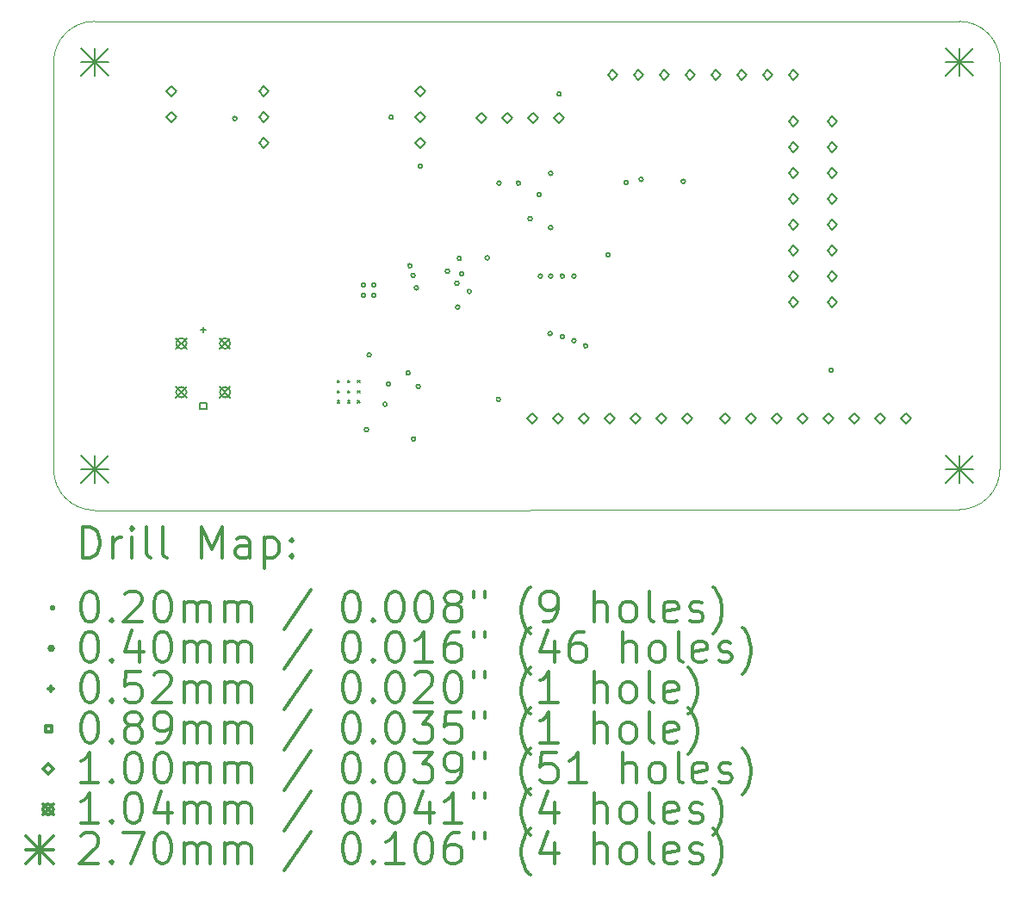
<source format=gbr>
%FSLAX45Y45*%
G04 Gerber Fmt 4.5, Leading zero omitted, Abs format (unit mm)*
G04 Created by KiCad (PCBNEW (5.1.5)-3) date 2021-09-22 00:57:14*
%MOMM*%
%LPD*%
G04 APERTURE LIST*
%TA.AperFunction,Profile*%
%ADD10C,0.050000*%
%TD*%
%ADD11C,0.200000*%
%ADD12C,0.300000*%
G04 APERTURE END LIST*
D10*
X3155950Y-6540450D02*
G75*
G02X2755950Y-6140450I0J400000D01*
G01*
X11658600Y-1733600D02*
G75*
G02X12058600Y-2133600I0J-400000D01*
G01*
X2755900Y-2133600D02*
G75*
G02X3155950Y-1733550I400050J0D01*
G01*
X12058600Y-6134100D02*
G75*
G02X11658600Y-6534100I-400000J0D01*
G01*
X12058600Y-6134100D02*
X12058600Y-2133600D01*
X3155950Y-6540450D02*
X11658600Y-6534100D01*
X2755950Y-2133600D02*
X2755950Y-6140450D01*
X11658600Y-1733600D02*
X3155950Y-1733600D01*
D11*
X5545352Y-5264202D02*
X5565352Y-5284202D01*
X5565352Y-5264202D02*
X5545352Y-5284202D01*
X5545352Y-5364202D02*
X5565352Y-5384202D01*
X5565352Y-5364202D02*
X5545352Y-5384202D01*
X5545352Y-5464202D02*
X5565352Y-5484202D01*
X5565352Y-5464202D02*
X5545352Y-5484202D01*
X5645352Y-5264202D02*
X5665352Y-5284202D01*
X5665352Y-5264202D02*
X5645352Y-5284202D01*
X5645352Y-5364202D02*
X5665352Y-5384202D01*
X5665352Y-5364202D02*
X5645352Y-5384202D01*
X5645352Y-5464202D02*
X5665352Y-5484202D01*
X5665352Y-5464202D02*
X5645352Y-5484202D01*
X5745352Y-5264202D02*
X5765352Y-5284202D01*
X5765352Y-5264202D02*
X5745352Y-5284202D01*
X5745352Y-5364202D02*
X5765352Y-5384202D01*
X5765352Y-5364202D02*
X5745352Y-5384202D01*
X5745352Y-5464202D02*
X5765352Y-5484202D01*
X5765352Y-5464202D02*
X5745352Y-5484202D01*
X4557202Y-2689352D02*
G75*
G03X4557202Y-2689352I-20000J0D01*
G01*
X5820852Y-4327652D02*
G75*
G03X5820852Y-4327652I-20000J0D01*
G01*
X5820852Y-4429252D02*
G75*
G03X5820852Y-4429252I-20000J0D01*
G01*
X5850352Y-5747802D02*
G75*
G03X5850352Y-5747802I-20000J0D01*
G01*
X5878002Y-5013452D02*
G75*
G03X5878002Y-5013452I-20000J0D01*
G01*
X5922452Y-4327652D02*
G75*
G03X5922452Y-4327652I-20000J0D01*
G01*
X5922452Y-4429252D02*
G75*
G03X5922452Y-4429252I-20000J0D01*
G01*
X6034466Y-5499100D02*
G75*
G03X6034466Y-5499100I-20000J0D01*
G01*
X6068502Y-5299202D02*
G75*
G03X6068502Y-5299202I-20000J0D01*
G01*
X6093902Y-2676652D02*
G75*
G03X6093902Y-2676652I-20000J0D01*
G01*
X6259553Y-5190701D02*
G75*
G03X6259553Y-5190701I-20000J0D01*
G01*
X6278052Y-4137152D02*
G75*
G03X6278052Y-4137152I-20000J0D01*
G01*
X6309802Y-4232402D02*
G75*
G03X6309802Y-4232402I-20000J0D01*
G01*
X6314652Y-5840452D02*
G75*
G03X6314652Y-5840452I-20000J0D01*
G01*
X6341552Y-4353052D02*
G75*
G03X6341552Y-4353052I-20000J0D01*
G01*
X6360602Y-5324602D02*
G75*
G03X6360602Y-5324602I-20000J0D01*
G01*
X6379652Y-3159252D02*
G75*
G03X6379652Y-3159252I-20000J0D01*
G01*
X6646352Y-4190492D02*
G75*
G03X6646352Y-4190492I-20000J0D01*
G01*
X6740802Y-4308602D02*
G75*
G03X6740802Y-4308602I-20000J0D01*
G01*
X6747952Y-4543552D02*
G75*
G03X6747952Y-4543552I-20000J0D01*
G01*
X6763700Y-4064000D02*
G75*
G03X6763700Y-4064000I-20000J0D01*
G01*
X6787322Y-4214622D02*
G75*
G03X6787322Y-4214622I-20000J0D01*
G01*
X6861744Y-4390644D02*
G75*
G03X6861744Y-4390644I-20000J0D01*
G01*
X7038052Y-4058952D02*
G75*
G03X7038052Y-4058952I-20000J0D01*
G01*
X7148302Y-5451302D02*
G75*
G03X7148302Y-5451302I-20000J0D01*
G01*
X7154352Y-3324352D02*
G75*
G03X7154352Y-3324352I-20000J0D01*
G01*
X7344852Y-3324352D02*
G75*
G03X7344852Y-3324352I-20000J0D01*
G01*
X7459152Y-3673602D02*
G75*
G03X7459152Y-3673602I-20000J0D01*
G01*
X7548052Y-3438652D02*
G75*
G03X7548052Y-3438652I-20000J0D01*
G01*
X7560752Y-4238752D02*
G75*
G03X7560752Y-4238752I-20000J0D01*
G01*
X7656002Y-4803902D02*
G75*
G03X7656002Y-4803902I-20000J0D01*
G01*
X7656002Y-4803902D02*
G75*
G03X7656002Y-4803902I-20000J0D01*
G01*
X7662098Y-3762502D02*
G75*
G03X7662098Y-3762502I-20000J0D01*
G01*
X7662352Y-3229102D02*
G75*
G03X7662352Y-3229102I-20000J0D01*
G01*
X7662352Y-4238752D02*
G75*
G03X7662352Y-4238752I-20000J0D01*
G01*
X7744902Y-2448052D02*
G75*
G03X7744902Y-2448052I-20000J0D01*
G01*
X7776652Y-4238752D02*
G75*
G03X7776652Y-4238752I-20000J0D01*
G01*
X7776652Y-4835652D02*
G75*
G03X7776652Y-4835652I-20000J0D01*
G01*
X7890952Y-4238752D02*
G75*
G03X7890952Y-4238752I-20000J0D01*
G01*
X7890952Y-4873752D02*
G75*
G03X7890952Y-4873752I-20000J0D01*
G01*
X8005252Y-4924552D02*
G75*
G03X8005252Y-4924552I-20000J0D01*
G01*
X8227502Y-4029202D02*
G75*
G03X8227502Y-4029202I-20000J0D01*
G01*
X8405152Y-3317852D02*
G75*
G03X8405152Y-3317852I-20000J0D01*
G01*
X8551352Y-3286252D02*
G75*
G03X8551352Y-3286252I-20000J0D01*
G01*
X8965602Y-3306802D02*
G75*
G03X8965602Y-3306802I-20000J0D01*
G01*
X10418252Y-5165852D02*
G75*
G03X10418252Y-5165852I-20000J0D01*
G01*
X4225852Y-4739452D02*
X4225852Y-4791452D01*
X4199852Y-4765452D02*
X4251852Y-4765452D01*
X4257319Y-5546919D02*
X4257319Y-5483985D01*
X4194385Y-5483985D01*
X4194385Y-5546919D01*
X4257319Y-5546919D01*
X3914902Y-2473652D02*
X3964902Y-2423652D01*
X3914902Y-2373652D01*
X3864902Y-2423652D01*
X3914902Y-2473652D01*
X3914902Y-2727652D02*
X3964902Y-2677652D01*
X3914902Y-2627652D01*
X3864902Y-2677652D01*
X3914902Y-2727652D01*
X9356852Y-5685752D02*
X9406852Y-5635752D01*
X9356852Y-5585752D01*
X9306852Y-5635752D01*
X9356852Y-5685752D01*
X9610852Y-5685752D02*
X9660852Y-5635752D01*
X9610852Y-5585752D01*
X9560852Y-5635752D01*
X9610852Y-5685752D01*
X9864852Y-5685752D02*
X9914852Y-5635752D01*
X9864852Y-5585752D01*
X9814852Y-5635752D01*
X9864852Y-5685752D01*
X10118852Y-5685752D02*
X10168852Y-5635752D01*
X10118852Y-5585752D01*
X10068852Y-5635752D01*
X10118852Y-5685752D01*
X10372852Y-5685752D02*
X10422852Y-5635752D01*
X10372852Y-5585752D01*
X10322852Y-5635752D01*
X10372852Y-5685752D01*
X10626852Y-5685752D02*
X10676852Y-5635752D01*
X10626852Y-5585752D01*
X10576852Y-5635752D01*
X10626852Y-5685752D01*
X10880852Y-5685752D02*
X10930852Y-5635752D01*
X10880852Y-5585752D01*
X10830852Y-5635752D01*
X10880852Y-5685752D01*
X11134852Y-5685752D02*
X11184852Y-5635752D01*
X11134852Y-5585752D01*
X11084852Y-5635752D01*
X11134852Y-5685752D01*
X10410952Y-2764752D02*
X10460952Y-2714752D01*
X10410952Y-2664752D01*
X10360952Y-2714752D01*
X10410952Y-2764752D01*
X10410952Y-3018752D02*
X10460952Y-2968752D01*
X10410952Y-2918752D01*
X10360952Y-2968752D01*
X10410952Y-3018752D01*
X10410952Y-3272752D02*
X10460952Y-3222752D01*
X10410952Y-3172752D01*
X10360952Y-3222752D01*
X10410952Y-3272752D01*
X10410952Y-3526752D02*
X10460952Y-3476752D01*
X10410952Y-3426752D01*
X10360952Y-3476752D01*
X10410952Y-3526752D01*
X10410952Y-3780752D02*
X10460952Y-3730752D01*
X10410952Y-3680752D01*
X10360952Y-3730752D01*
X10410952Y-3780752D01*
X10410952Y-4034752D02*
X10460952Y-3984752D01*
X10410952Y-3934752D01*
X10360952Y-3984752D01*
X10410952Y-4034752D01*
X10410952Y-4288752D02*
X10460952Y-4238752D01*
X10410952Y-4188752D01*
X10360952Y-4238752D01*
X10410952Y-4288752D01*
X10410952Y-4542752D02*
X10460952Y-4492752D01*
X10410952Y-4442752D01*
X10360952Y-4492752D01*
X10410952Y-4542752D01*
X10029952Y-2764752D02*
X10079952Y-2714752D01*
X10029952Y-2664752D01*
X9979952Y-2714752D01*
X10029952Y-2764752D01*
X10029952Y-3018752D02*
X10079952Y-2968752D01*
X10029952Y-2918752D01*
X9979952Y-2968752D01*
X10029952Y-3018752D01*
X10029952Y-3272752D02*
X10079952Y-3222752D01*
X10029952Y-3172752D01*
X9979952Y-3222752D01*
X10029952Y-3272752D01*
X10029952Y-3526752D02*
X10079952Y-3476752D01*
X10029952Y-3426752D01*
X9979952Y-3476752D01*
X10029952Y-3526752D01*
X10029952Y-3780752D02*
X10079952Y-3730752D01*
X10029952Y-3680752D01*
X9979952Y-3730752D01*
X10029952Y-3780752D01*
X10029952Y-4034752D02*
X10079952Y-3984752D01*
X10029952Y-3934752D01*
X9979952Y-3984752D01*
X10029952Y-4034752D01*
X10029952Y-4288752D02*
X10079952Y-4238752D01*
X10029952Y-4188752D01*
X9979952Y-4238752D01*
X10029952Y-4288752D01*
X10029952Y-4542752D02*
X10079952Y-4492752D01*
X10029952Y-4442752D01*
X9979952Y-4492752D01*
X10029952Y-4542752D01*
X8251952Y-2307552D02*
X8301952Y-2257552D01*
X8251952Y-2207552D01*
X8201952Y-2257552D01*
X8251952Y-2307552D01*
X8505952Y-2307552D02*
X8555952Y-2257552D01*
X8505952Y-2207552D01*
X8455952Y-2257552D01*
X8505952Y-2307552D01*
X8759952Y-2307552D02*
X8809952Y-2257552D01*
X8759952Y-2207552D01*
X8709952Y-2257552D01*
X8759952Y-2307552D01*
X9013952Y-2307552D02*
X9063952Y-2257552D01*
X9013952Y-2207552D01*
X8963952Y-2257552D01*
X9013952Y-2307552D01*
X9267952Y-2307552D02*
X9317952Y-2257552D01*
X9267952Y-2207552D01*
X9217952Y-2257552D01*
X9267952Y-2307552D01*
X9521952Y-2307552D02*
X9571952Y-2257552D01*
X9521952Y-2207552D01*
X9471952Y-2257552D01*
X9521952Y-2307552D01*
X9775952Y-2307552D02*
X9825952Y-2257552D01*
X9775952Y-2207552D01*
X9725952Y-2257552D01*
X9775952Y-2307552D01*
X10029952Y-2307552D02*
X10079952Y-2257552D01*
X10029952Y-2207552D01*
X9979952Y-2257552D01*
X10029952Y-2307552D01*
X6962902Y-2733002D02*
X7012902Y-2683002D01*
X6962902Y-2633002D01*
X6912902Y-2683002D01*
X6962902Y-2733002D01*
X7216902Y-2733002D02*
X7266902Y-2683002D01*
X7216902Y-2633002D01*
X7166902Y-2683002D01*
X7216902Y-2733002D01*
X7470902Y-2733002D02*
X7520902Y-2683002D01*
X7470902Y-2633002D01*
X7420902Y-2683002D01*
X7470902Y-2733002D01*
X7724902Y-2733002D02*
X7774902Y-2683002D01*
X7724902Y-2633002D01*
X7674902Y-2683002D01*
X7724902Y-2733002D01*
X6359652Y-2472652D02*
X6409652Y-2422652D01*
X6359652Y-2372652D01*
X6309652Y-2422652D01*
X6359652Y-2472652D01*
X6359652Y-2726652D02*
X6409652Y-2676652D01*
X6359652Y-2626652D01*
X6309652Y-2676652D01*
X6359652Y-2726652D01*
X6359652Y-2980652D02*
X6409652Y-2930652D01*
X6359652Y-2880652D01*
X6309652Y-2930652D01*
X6359652Y-2980652D01*
X7458202Y-5685752D02*
X7508202Y-5635752D01*
X7458202Y-5585752D01*
X7408202Y-5635752D01*
X7458202Y-5685752D01*
X7712202Y-5685752D02*
X7762202Y-5635752D01*
X7712202Y-5585752D01*
X7662202Y-5635752D01*
X7712202Y-5685752D01*
X7966202Y-5685752D02*
X8016202Y-5635752D01*
X7966202Y-5585752D01*
X7916202Y-5635752D01*
X7966202Y-5685752D01*
X8220202Y-5685752D02*
X8270202Y-5635752D01*
X8220202Y-5585752D01*
X8170202Y-5635752D01*
X8220202Y-5685752D01*
X8474202Y-5685752D02*
X8524202Y-5635752D01*
X8474202Y-5585752D01*
X8424202Y-5635752D01*
X8474202Y-5685752D01*
X8728202Y-5685752D02*
X8778202Y-5635752D01*
X8728202Y-5585752D01*
X8678202Y-5635752D01*
X8728202Y-5685752D01*
X8982202Y-5685752D02*
X9032202Y-5635752D01*
X8982202Y-5585752D01*
X8932202Y-5635752D01*
X8982202Y-5685752D01*
X4822952Y-2472652D02*
X4872952Y-2422652D01*
X4822952Y-2372652D01*
X4772952Y-2422652D01*
X4822952Y-2472652D01*
X4822952Y-2726652D02*
X4872952Y-2676652D01*
X4822952Y-2626652D01*
X4772952Y-2676652D01*
X4822952Y-2726652D01*
X4822952Y-2980652D02*
X4872952Y-2930652D01*
X4822952Y-2880652D01*
X4772952Y-2930652D01*
X4822952Y-2980652D01*
X3958852Y-4848452D02*
X4062852Y-4952452D01*
X4062852Y-4848452D02*
X3958852Y-4952452D01*
X4062852Y-4900452D02*
G75*
G03X4062852Y-4900452I-52000J0D01*
G01*
X3958852Y-5328452D02*
X4062852Y-5432452D01*
X4062852Y-5328452D02*
X3958852Y-5432452D01*
X4062852Y-5380452D02*
G75*
G03X4062852Y-5380452I-52000J0D01*
G01*
X4388852Y-4848452D02*
X4492852Y-4952452D01*
X4492852Y-4848452D02*
X4388852Y-4952452D01*
X4492852Y-4900452D02*
G75*
G03X4492852Y-4900452I-52000J0D01*
G01*
X4388852Y-5328452D02*
X4492852Y-5432452D01*
X4492852Y-5328452D02*
X4388852Y-5432452D01*
X4492852Y-5380452D02*
G75*
G03X4492852Y-5380452I-52000J0D01*
G01*
X3021852Y-6000752D02*
X3291852Y-6270752D01*
X3291852Y-6000752D02*
X3021852Y-6270752D01*
X3156852Y-6000752D02*
X3156852Y-6270752D01*
X3021852Y-6135752D02*
X3291852Y-6135752D01*
X11521852Y-2000752D02*
X11791852Y-2270752D01*
X11791852Y-2000752D02*
X11521852Y-2270752D01*
X11656852Y-2000752D02*
X11656852Y-2270752D01*
X11521852Y-2135752D02*
X11791852Y-2135752D01*
X11521852Y-6000752D02*
X11791852Y-6270752D01*
X11791852Y-6000752D02*
X11521852Y-6270752D01*
X11656852Y-6000752D02*
X11656852Y-6270752D01*
X11521852Y-6135752D02*
X11791852Y-6135752D01*
X3021852Y-2000752D02*
X3291852Y-2270752D01*
X3291852Y-2000752D02*
X3021852Y-2270752D01*
X3156852Y-2000752D02*
X3156852Y-2270752D01*
X3021852Y-2135752D02*
X3291852Y-2135752D01*
D12*
X3039828Y-7008664D02*
X3039828Y-6708664D01*
X3111257Y-6708664D01*
X3154114Y-6722950D01*
X3182686Y-6751521D01*
X3196971Y-6780093D01*
X3211257Y-6837236D01*
X3211257Y-6880093D01*
X3196971Y-6937236D01*
X3182686Y-6965807D01*
X3154114Y-6994379D01*
X3111257Y-7008664D01*
X3039828Y-7008664D01*
X3339828Y-7008664D02*
X3339828Y-6808664D01*
X3339828Y-6865807D02*
X3354114Y-6837236D01*
X3368400Y-6822950D01*
X3396971Y-6808664D01*
X3425543Y-6808664D01*
X3525543Y-7008664D02*
X3525543Y-6808664D01*
X3525543Y-6708664D02*
X3511257Y-6722950D01*
X3525543Y-6737236D01*
X3539828Y-6722950D01*
X3525543Y-6708664D01*
X3525543Y-6737236D01*
X3711257Y-7008664D02*
X3682686Y-6994379D01*
X3668400Y-6965807D01*
X3668400Y-6708664D01*
X3868400Y-7008664D02*
X3839828Y-6994379D01*
X3825543Y-6965807D01*
X3825543Y-6708664D01*
X4211257Y-7008664D02*
X4211257Y-6708664D01*
X4311257Y-6922950D01*
X4411257Y-6708664D01*
X4411257Y-7008664D01*
X4682686Y-7008664D02*
X4682686Y-6851521D01*
X4668400Y-6822950D01*
X4639828Y-6808664D01*
X4582686Y-6808664D01*
X4554114Y-6822950D01*
X4682686Y-6994379D02*
X4654114Y-7008664D01*
X4582686Y-7008664D01*
X4554114Y-6994379D01*
X4539828Y-6965807D01*
X4539828Y-6937236D01*
X4554114Y-6908664D01*
X4582686Y-6894379D01*
X4654114Y-6894379D01*
X4682686Y-6880093D01*
X4825543Y-6808664D02*
X4825543Y-7108664D01*
X4825543Y-6822950D02*
X4854114Y-6808664D01*
X4911257Y-6808664D01*
X4939828Y-6822950D01*
X4954114Y-6837236D01*
X4968400Y-6865807D01*
X4968400Y-6951521D01*
X4954114Y-6980093D01*
X4939828Y-6994379D01*
X4911257Y-7008664D01*
X4854114Y-7008664D01*
X4825543Y-6994379D01*
X5096971Y-6980093D02*
X5111257Y-6994379D01*
X5096971Y-7008664D01*
X5082686Y-6994379D01*
X5096971Y-6980093D01*
X5096971Y-7008664D01*
X5096971Y-6822950D02*
X5111257Y-6837236D01*
X5096971Y-6851521D01*
X5082686Y-6837236D01*
X5096971Y-6822950D01*
X5096971Y-6851521D01*
X2733400Y-7492950D02*
X2753400Y-7512950D01*
X2753400Y-7492950D02*
X2733400Y-7512950D01*
X3096971Y-7338664D02*
X3125543Y-7338664D01*
X3154114Y-7352950D01*
X3168400Y-7367236D01*
X3182686Y-7395807D01*
X3196971Y-7452950D01*
X3196971Y-7524379D01*
X3182686Y-7581521D01*
X3168400Y-7610093D01*
X3154114Y-7624379D01*
X3125543Y-7638664D01*
X3096971Y-7638664D01*
X3068400Y-7624379D01*
X3054114Y-7610093D01*
X3039828Y-7581521D01*
X3025543Y-7524379D01*
X3025543Y-7452950D01*
X3039828Y-7395807D01*
X3054114Y-7367236D01*
X3068400Y-7352950D01*
X3096971Y-7338664D01*
X3325543Y-7610093D02*
X3339828Y-7624379D01*
X3325543Y-7638664D01*
X3311257Y-7624379D01*
X3325543Y-7610093D01*
X3325543Y-7638664D01*
X3454114Y-7367236D02*
X3468400Y-7352950D01*
X3496971Y-7338664D01*
X3568400Y-7338664D01*
X3596971Y-7352950D01*
X3611257Y-7367236D01*
X3625543Y-7395807D01*
X3625543Y-7424379D01*
X3611257Y-7467236D01*
X3439828Y-7638664D01*
X3625543Y-7638664D01*
X3811257Y-7338664D02*
X3839828Y-7338664D01*
X3868400Y-7352950D01*
X3882686Y-7367236D01*
X3896971Y-7395807D01*
X3911257Y-7452950D01*
X3911257Y-7524379D01*
X3896971Y-7581521D01*
X3882686Y-7610093D01*
X3868400Y-7624379D01*
X3839828Y-7638664D01*
X3811257Y-7638664D01*
X3782686Y-7624379D01*
X3768400Y-7610093D01*
X3754114Y-7581521D01*
X3739828Y-7524379D01*
X3739828Y-7452950D01*
X3754114Y-7395807D01*
X3768400Y-7367236D01*
X3782686Y-7352950D01*
X3811257Y-7338664D01*
X4039828Y-7638664D02*
X4039828Y-7438664D01*
X4039828Y-7467236D02*
X4054114Y-7452950D01*
X4082686Y-7438664D01*
X4125543Y-7438664D01*
X4154114Y-7452950D01*
X4168400Y-7481521D01*
X4168400Y-7638664D01*
X4168400Y-7481521D02*
X4182686Y-7452950D01*
X4211257Y-7438664D01*
X4254114Y-7438664D01*
X4282686Y-7452950D01*
X4296971Y-7481521D01*
X4296971Y-7638664D01*
X4439828Y-7638664D02*
X4439828Y-7438664D01*
X4439828Y-7467236D02*
X4454114Y-7452950D01*
X4482686Y-7438664D01*
X4525543Y-7438664D01*
X4554114Y-7452950D01*
X4568400Y-7481521D01*
X4568400Y-7638664D01*
X4568400Y-7481521D02*
X4582686Y-7452950D01*
X4611257Y-7438664D01*
X4654114Y-7438664D01*
X4682686Y-7452950D01*
X4696971Y-7481521D01*
X4696971Y-7638664D01*
X5282686Y-7324379D02*
X5025543Y-7710093D01*
X5668400Y-7338664D02*
X5696971Y-7338664D01*
X5725543Y-7352950D01*
X5739828Y-7367236D01*
X5754114Y-7395807D01*
X5768400Y-7452950D01*
X5768400Y-7524379D01*
X5754114Y-7581521D01*
X5739828Y-7610093D01*
X5725543Y-7624379D01*
X5696971Y-7638664D01*
X5668400Y-7638664D01*
X5639828Y-7624379D01*
X5625543Y-7610093D01*
X5611257Y-7581521D01*
X5596971Y-7524379D01*
X5596971Y-7452950D01*
X5611257Y-7395807D01*
X5625543Y-7367236D01*
X5639828Y-7352950D01*
X5668400Y-7338664D01*
X5896971Y-7610093D02*
X5911257Y-7624379D01*
X5896971Y-7638664D01*
X5882686Y-7624379D01*
X5896971Y-7610093D01*
X5896971Y-7638664D01*
X6096971Y-7338664D02*
X6125543Y-7338664D01*
X6154114Y-7352950D01*
X6168400Y-7367236D01*
X6182686Y-7395807D01*
X6196971Y-7452950D01*
X6196971Y-7524379D01*
X6182686Y-7581521D01*
X6168400Y-7610093D01*
X6154114Y-7624379D01*
X6125543Y-7638664D01*
X6096971Y-7638664D01*
X6068400Y-7624379D01*
X6054114Y-7610093D01*
X6039828Y-7581521D01*
X6025543Y-7524379D01*
X6025543Y-7452950D01*
X6039828Y-7395807D01*
X6054114Y-7367236D01*
X6068400Y-7352950D01*
X6096971Y-7338664D01*
X6382686Y-7338664D02*
X6411257Y-7338664D01*
X6439828Y-7352950D01*
X6454114Y-7367236D01*
X6468400Y-7395807D01*
X6482686Y-7452950D01*
X6482686Y-7524379D01*
X6468400Y-7581521D01*
X6454114Y-7610093D01*
X6439828Y-7624379D01*
X6411257Y-7638664D01*
X6382686Y-7638664D01*
X6354114Y-7624379D01*
X6339828Y-7610093D01*
X6325543Y-7581521D01*
X6311257Y-7524379D01*
X6311257Y-7452950D01*
X6325543Y-7395807D01*
X6339828Y-7367236D01*
X6354114Y-7352950D01*
X6382686Y-7338664D01*
X6654114Y-7467236D02*
X6625543Y-7452950D01*
X6611257Y-7438664D01*
X6596971Y-7410093D01*
X6596971Y-7395807D01*
X6611257Y-7367236D01*
X6625543Y-7352950D01*
X6654114Y-7338664D01*
X6711257Y-7338664D01*
X6739828Y-7352950D01*
X6754114Y-7367236D01*
X6768400Y-7395807D01*
X6768400Y-7410093D01*
X6754114Y-7438664D01*
X6739828Y-7452950D01*
X6711257Y-7467236D01*
X6654114Y-7467236D01*
X6625543Y-7481521D01*
X6611257Y-7495807D01*
X6596971Y-7524379D01*
X6596971Y-7581521D01*
X6611257Y-7610093D01*
X6625543Y-7624379D01*
X6654114Y-7638664D01*
X6711257Y-7638664D01*
X6739828Y-7624379D01*
X6754114Y-7610093D01*
X6768400Y-7581521D01*
X6768400Y-7524379D01*
X6754114Y-7495807D01*
X6739828Y-7481521D01*
X6711257Y-7467236D01*
X6882686Y-7338664D02*
X6882686Y-7395807D01*
X6996971Y-7338664D02*
X6996971Y-7395807D01*
X7439828Y-7752950D02*
X7425543Y-7738664D01*
X7396971Y-7695807D01*
X7382686Y-7667236D01*
X7368400Y-7624379D01*
X7354114Y-7552950D01*
X7354114Y-7495807D01*
X7368400Y-7424379D01*
X7382686Y-7381521D01*
X7396971Y-7352950D01*
X7425543Y-7310093D01*
X7439828Y-7295807D01*
X7568400Y-7638664D02*
X7625543Y-7638664D01*
X7654114Y-7624379D01*
X7668400Y-7610093D01*
X7696971Y-7567236D01*
X7711257Y-7510093D01*
X7711257Y-7395807D01*
X7696971Y-7367236D01*
X7682686Y-7352950D01*
X7654114Y-7338664D01*
X7596971Y-7338664D01*
X7568400Y-7352950D01*
X7554114Y-7367236D01*
X7539828Y-7395807D01*
X7539828Y-7467236D01*
X7554114Y-7495807D01*
X7568400Y-7510093D01*
X7596971Y-7524379D01*
X7654114Y-7524379D01*
X7682686Y-7510093D01*
X7696971Y-7495807D01*
X7711257Y-7467236D01*
X8068400Y-7638664D02*
X8068400Y-7338664D01*
X8196971Y-7638664D02*
X8196971Y-7481521D01*
X8182686Y-7452950D01*
X8154114Y-7438664D01*
X8111257Y-7438664D01*
X8082686Y-7452950D01*
X8068400Y-7467236D01*
X8382686Y-7638664D02*
X8354114Y-7624379D01*
X8339828Y-7610093D01*
X8325543Y-7581521D01*
X8325543Y-7495807D01*
X8339828Y-7467236D01*
X8354114Y-7452950D01*
X8382686Y-7438664D01*
X8425543Y-7438664D01*
X8454114Y-7452950D01*
X8468400Y-7467236D01*
X8482686Y-7495807D01*
X8482686Y-7581521D01*
X8468400Y-7610093D01*
X8454114Y-7624379D01*
X8425543Y-7638664D01*
X8382686Y-7638664D01*
X8654114Y-7638664D02*
X8625543Y-7624379D01*
X8611257Y-7595807D01*
X8611257Y-7338664D01*
X8882686Y-7624379D02*
X8854114Y-7638664D01*
X8796971Y-7638664D01*
X8768400Y-7624379D01*
X8754114Y-7595807D01*
X8754114Y-7481521D01*
X8768400Y-7452950D01*
X8796971Y-7438664D01*
X8854114Y-7438664D01*
X8882686Y-7452950D01*
X8896971Y-7481521D01*
X8896971Y-7510093D01*
X8754114Y-7538664D01*
X9011257Y-7624379D02*
X9039828Y-7638664D01*
X9096971Y-7638664D01*
X9125543Y-7624379D01*
X9139828Y-7595807D01*
X9139828Y-7581521D01*
X9125543Y-7552950D01*
X9096971Y-7538664D01*
X9054114Y-7538664D01*
X9025543Y-7524379D01*
X9011257Y-7495807D01*
X9011257Y-7481521D01*
X9025543Y-7452950D01*
X9054114Y-7438664D01*
X9096971Y-7438664D01*
X9125543Y-7452950D01*
X9239828Y-7752950D02*
X9254114Y-7738664D01*
X9282686Y-7695807D01*
X9296971Y-7667236D01*
X9311257Y-7624379D01*
X9325543Y-7552950D01*
X9325543Y-7495807D01*
X9311257Y-7424379D01*
X9296971Y-7381521D01*
X9282686Y-7352950D01*
X9254114Y-7310093D01*
X9239828Y-7295807D01*
X2753400Y-7898950D02*
G75*
G03X2753400Y-7898950I-20000J0D01*
G01*
X3096971Y-7734664D02*
X3125543Y-7734664D01*
X3154114Y-7748950D01*
X3168400Y-7763236D01*
X3182686Y-7791807D01*
X3196971Y-7848950D01*
X3196971Y-7920379D01*
X3182686Y-7977521D01*
X3168400Y-8006093D01*
X3154114Y-8020379D01*
X3125543Y-8034664D01*
X3096971Y-8034664D01*
X3068400Y-8020379D01*
X3054114Y-8006093D01*
X3039828Y-7977521D01*
X3025543Y-7920379D01*
X3025543Y-7848950D01*
X3039828Y-7791807D01*
X3054114Y-7763236D01*
X3068400Y-7748950D01*
X3096971Y-7734664D01*
X3325543Y-8006093D02*
X3339828Y-8020379D01*
X3325543Y-8034664D01*
X3311257Y-8020379D01*
X3325543Y-8006093D01*
X3325543Y-8034664D01*
X3596971Y-7834664D02*
X3596971Y-8034664D01*
X3525543Y-7720379D02*
X3454114Y-7934664D01*
X3639828Y-7934664D01*
X3811257Y-7734664D02*
X3839828Y-7734664D01*
X3868400Y-7748950D01*
X3882686Y-7763236D01*
X3896971Y-7791807D01*
X3911257Y-7848950D01*
X3911257Y-7920379D01*
X3896971Y-7977521D01*
X3882686Y-8006093D01*
X3868400Y-8020379D01*
X3839828Y-8034664D01*
X3811257Y-8034664D01*
X3782686Y-8020379D01*
X3768400Y-8006093D01*
X3754114Y-7977521D01*
X3739828Y-7920379D01*
X3739828Y-7848950D01*
X3754114Y-7791807D01*
X3768400Y-7763236D01*
X3782686Y-7748950D01*
X3811257Y-7734664D01*
X4039828Y-8034664D02*
X4039828Y-7834664D01*
X4039828Y-7863236D02*
X4054114Y-7848950D01*
X4082686Y-7834664D01*
X4125543Y-7834664D01*
X4154114Y-7848950D01*
X4168400Y-7877521D01*
X4168400Y-8034664D01*
X4168400Y-7877521D02*
X4182686Y-7848950D01*
X4211257Y-7834664D01*
X4254114Y-7834664D01*
X4282686Y-7848950D01*
X4296971Y-7877521D01*
X4296971Y-8034664D01*
X4439828Y-8034664D02*
X4439828Y-7834664D01*
X4439828Y-7863236D02*
X4454114Y-7848950D01*
X4482686Y-7834664D01*
X4525543Y-7834664D01*
X4554114Y-7848950D01*
X4568400Y-7877521D01*
X4568400Y-8034664D01*
X4568400Y-7877521D02*
X4582686Y-7848950D01*
X4611257Y-7834664D01*
X4654114Y-7834664D01*
X4682686Y-7848950D01*
X4696971Y-7877521D01*
X4696971Y-8034664D01*
X5282686Y-7720379D02*
X5025543Y-8106093D01*
X5668400Y-7734664D02*
X5696971Y-7734664D01*
X5725543Y-7748950D01*
X5739828Y-7763236D01*
X5754114Y-7791807D01*
X5768400Y-7848950D01*
X5768400Y-7920379D01*
X5754114Y-7977521D01*
X5739828Y-8006093D01*
X5725543Y-8020379D01*
X5696971Y-8034664D01*
X5668400Y-8034664D01*
X5639828Y-8020379D01*
X5625543Y-8006093D01*
X5611257Y-7977521D01*
X5596971Y-7920379D01*
X5596971Y-7848950D01*
X5611257Y-7791807D01*
X5625543Y-7763236D01*
X5639828Y-7748950D01*
X5668400Y-7734664D01*
X5896971Y-8006093D02*
X5911257Y-8020379D01*
X5896971Y-8034664D01*
X5882686Y-8020379D01*
X5896971Y-8006093D01*
X5896971Y-8034664D01*
X6096971Y-7734664D02*
X6125543Y-7734664D01*
X6154114Y-7748950D01*
X6168400Y-7763236D01*
X6182686Y-7791807D01*
X6196971Y-7848950D01*
X6196971Y-7920379D01*
X6182686Y-7977521D01*
X6168400Y-8006093D01*
X6154114Y-8020379D01*
X6125543Y-8034664D01*
X6096971Y-8034664D01*
X6068400Y-8020379D01*
X6054114Y-8006093D01*
X6039828Y-7977521D01*
X6025543Y-7920379D01*
X6025543Y-7848950D01*
X6039828Y-7791807D01*
X6054114Y-7763236D01*
X6068400Y-7748950D01*
X6096971Y-7734664D01*
X6482686Y-8034664D02*
X6311257Y-8034664D01*
X6396971Y-8034664D02*
X6396971Y-7734664D01*
X6368400Y-7777521D01*
X6339828Y-7806093D01*
X6311257Y-7820379D01*
X6739828Y-7734664D02*
X6682686Y-7734664D01*
X6654114Y-7748950D01*
X6639828Y-7763236D01*
X6611257Y-7806093D01*
X6596971Y-7863236D01*
X6596971Y-7977521D01*
X6611257Y-8006093D01*
X6625543Y-8020379D01*
X6654114Y-8034664D01*
X6711257Y-8034664D01*
X6739828Y-8020379D01*
X6754114Y-8006093D01*
X6768400Y-7977521D01*
X6768400Y-7906093D01*
X6754114Y-7877521D01*
X6739828Y-7863236D01*
X6711257Y-7848950D01*
X6654114Y-7848950D01*
X6625543Y-7863236D01*
X6611257Y-7877521D01*
X6596971Y-7906093D01*
X6882686Y-7734664D02*
X6882686Y-7791807D01*
X6996971Y-7734664D02*
X6996971Y-7791807D01*
X7439828Y-8148950D02*
X7425543Y-8134664D01*
X7396971Y-8091807D01*
X7382686Y-8063236D01*
X7368400Y-8020379D01*
X7354114Y-7948950D01*
X7354114Y-7891807D01*
X7368400Y-7820379D01*
X7382686Y-7777521D01*
X7396971Y-7748950D01*
X7425543Y-7706093D01*
X7439828Y-7691807D01*
X7682686Y-7834664D02*
X7682686Y-8034664D01*
X7611257Y-7720379D02*
X7539828Y-7934664D01*
X7725543Y-7934664D01*
X7968400Y-7734664D02*
X7911257Y-7734664D01*
X7882686Y-7748950D01*
X7868400Y-7763236D01*
X7839828Y-7806093D01*
X7825543Y-7863236D01*
X7825543Y-7977521D01*
X7839828Y-8006093D01*
X7854114Y-8020379D01*
X7882686Y-8034664D01*
X7939828Y-8034664D01*
X7968400Y-8020379D01*
X7982686Y-8006093D01*
X7996971Y-7977521D01*
X7996971Y-7906093D01*
X7982686Y-7877521D01*
X7968400Y-7863236D01*
X7939828Y-7848950D01*
X7882686Y-7848950D01*
X7854114Y-7863236D01*
X7839828Y-7877521D01*
X7825543Y-7906093D01*
X8354114Y-8034664D02*
X8354114Y-7734664D01*
X8482686Y-8034664D02*
X8482686Y-7877521D01*
X8468400Y-7848950D01*
X8439828Y-7834664D01*
X8396971Y-7834664D01*
X8368400Y-7848950D01*
X8354114Y-7863236D01*
X8668400Y-8034664D02*
X8639828Y-8020379D01*
X8625543Y-8006093D01*
X8611257Y-7977521D01*
X8611257Y-7891807D01*
X8625543Y-7863236D01*
X8639828Y-7848950D01*
X8668400Y-7834664D01*
X8711257Y-7834664D01*
X8739828Y-7848950D01*
X8754114Y-7863236D01*
X8768400Y-7891807D01*
X8768400Y-7977521D01*
X8754114Y-8006093D01*
X8739828Y-8020379D01*
X8711257Y-8034664D01*
X8668400Y-8034664D01*
X8939828Y-8034664D02*
X8911257Y-8020379D01*
X8896971Y-7991807D01*
X8896971Y-7734664D01*
X9168400Y-8020379D02*
X9139828Y-8034664D01*
X9082686Y-8034664D01*
X9054114Y-8020379D01*
X9039828Y-7991807D01*
X9039828Y-7877521D01*
X9054114Y-7848950D01*
X9082686Y-7834664D01*
X9139828Y-7834664D01*
X9168400Y-7848950D01*
X9182686Y-7877521D01*
X9182686Y-7906093D01*
X9039828Y-7934664D01*
X9296971Y-8020379D02*
X9325543Y-8034664D01*
X9382686Y-8034664D01*
X9411257Y-8020379D01*
X9425543Y-7991807D01*
X9425543Y-7977521D01*
X9411257Y-7948950D01*
X9382686Y-7934664D01*
X9339828Y-7934664D01*
X9311257Y-7920379D01*
X9296971Y-7891807D01*
X9296971Y-7877521D01*
X9311257Y-7848950D01*
X9339828Y-7834664D01*
X9382686Y-7834664D01*
X9411257Y-7848950D01*
X9525543Y-8148950D02*
X9539828Y-8134664D01*
X9568400Y-8091807D01*
X9582686Y-8063236D01*
X9596971Y-8020379D01*
X9611257Y-7948950D01*
X9611257Y-7891807D01*
X9596971Y-7820379D01*
X9582686Y-7777521D01*
X9568400Y-7748950D01*
X9539828Y-7706093D01*
X9525543Y-7691807D01*
X2727400Y-8268950D02*
X2727400Y-8320950D01*
X2701400Y-8294950D02*
X2753400Y-8294950D01*
X3096971Y-8130664D02*
X3125543Y-8130664D01*
X3154114Y-8144950D01*
X3168400Y-8159236D01*
X3182686Y-8187807D01*
X3196971Y-8244950D01*
X3196971Y-8316379D01*
X3182686Y-8373521D01*
X3168400Y-8402093D01*
X3154114Y-8416379D01*
X3125543Y-8430664D01*
X3096971Y-8430664D01*
X3068400Y-8416379D01*
X3054114Y-8402093D01*
X3039828Y-8373521D01*
X3025543Y-8316379D01*
X3025543Y-8244950D01*
X3039828Y-8187807D01*
X3054114Y-8159236D01*
X3068400Y-8144950D01*
X3096971Y-8130664D01*
X3325543Y-8402093D02*
X3339828Y-8416379D01*
X3325543Y-8430664D01*
X3311257Y-8416379D01*
X3325543Y-8402093D01*
X3325543Y-8430664D01*
X3611257Y-8130664D02*
X3468400Y-8130664D01*
X3454114Y-8273521D01*
X3468400Y-8259236D01*
X3496971Y-8244950D01*
X3568400Y-8244950D01*
X3596971Y-8259236D01*
X3611257Y-8273521D01*
X3625543Y-8302093D01*
X3625543Y-8373521D01*
X3611257Y-8402093D01*
X3596971Y-8416379D01*
X3568400Y-8430664D01*
X3496971Y-8430664D01*
X3468400Y-8416379D01*
X3454114Y-8402093D01*
X3739828Y-8159236D02*
X3754114Y-8144950D01*
X3782686Y-8130664D01*
X3854114Y-8130664D01*
X3882686Y-8144950D01*
X3896971Y-8159236D01*
X3911257Y-8187807D01*
X3911257Y-8216379D01*
X3896971Y-8259236D01*
X3725543Y-8430664D01*
X3911257Y-8430664D01*
X4039828Y-8430664D02*
X4039828Y-8230664D01*
X4039828Y-8259236D02*
X4054114Y-8244950D01*
X4082686Y-8230664D01*
X4125543Y-8230664D01*
X4154114Y-8244950D01*
X4168400Y-8273521D01*
X4168400Y-8430664D01*
X4168400Y-8273521D02*
X4182686Y-8244950D01*
X4211257Y-8230664D01*
X4254114Y-8230664D01*
X4282686Y-8244950D01*
X4296971Y-8273521D01*
X4296971Y-8430664D01*
X4439828Y-8430664D02*
X4439828Y-8230664D01*
X4439828Y-8259236D02*
X4454114Y-8244950D01*
X4482686Y-8230664D01*
X4525543Y-8230664D01*
X4554114Y-8244950D01*
X4568400Y-8273521D01*
X4568400Y-8430664D01*
X4568400Y-8273521D02*
X4582686Y-8244950D01*
X4611257Y-8230664D01*
X4654114Y-8230664D01*
X4682686Y-8244950D01*
X4696971Y-8273521D01*
X4696971Y-8430664D01*
X5282686Y-8116379D02*
X5025543Y-8502093D01*
X5668400Y-8130664D02*
X5696971Y-8130664D01*
X5725543Y-8144950D01*
X5739828Y-8159236D01*
X5754114Y-8187807D01*
X5768400Y-8244950D01*
X5768400Y-8316379D01*
X5754114Y-8373521D01*
X5739828Y-8402093D01*
X5725543Y-8416379D01*
X5696971Y-8430664D01*
X5668400Y-8430664D01*
X5639828Y-8416379D01*
X5625543Y-8402093D01*
X5611257Y-8373521D01*
X5596971Y-8316379D01*
X5596971Y-8244950D01*
X5611257Y-8187807D01*
X5625543Y-8159236D01*
X5639828Y-8144950D01*
X5668400Y-8130664D01*
X5896971Y-8402093D02*
X5911257Y-8416379D01*
X5896971Y-8430664D01*
X5882686Y-8416379D01*
X5896971Y-8402093D01*
X5896971Y-8430664D01*
X6096971Y-8130664D02*
X6125543Y-8130664D01*
X6154114Y-8144950D01*
X6168400Y-8159236D01*
X6182686Y-8187807D01*
X6196971Y-8244950D01*
X6196971Y-8316379D01*
X6182686Y-8373521D01*
X6168400Y-8402093D01*
X6154114Y-8416379D01*
X6125543Y-8430664D01*
X6096971Y-8430664D01*
X6068400Y-8416379D01*
X6054114Y-8402093D01*
X6039828Y-8373521D01*
X6025543Y-8316379D01*
X6025543Y-8244950D01*
X6039828Y-8187807D01*
X6054114Y-8159236D01*
X6068400Y-8144950D01*
X6096971Y-8130664D01*
X6311257Y-8159236D02*
X6325543Y-8144950D01*
X6354114Y-8130664D01*
X6425543Y-8130664D01*
X6454114Y-8144950D01*
X6468400Y-8159236D01*
X6482686Y-8187807D01*
X6482686Y-8216379D01*
X6468400Y-8259236D01*
X6296971Y-8430664D01*
X6482686Y-8430664D01*
X6668400Y-8130664D02*
X6696971Y-8130664D01*
X6725543Y-8144950D01*
X6739828Y-8159236D01*
X6754114Y-8187807D01*
X6768400Y-8244950D01*
X6768400Y-8316379D01*
X6754114Y-8373521D01*
X6739828Y-8402093D01*
X6725543Y-8416379D01*
X6696971Y-8430664D01*
X6668400Y-8430664D01*
X6639828Y-8416379D01*
X6625543Y-8402093D01*
X6611257Y-8373521D01*
X6596971Y-8316379D01*
X6596971Y-8244950D01*
X6611257Y-8187807D01*
X6625543Y-8159236D01*
X6639828Y-8144950D01*
X6668400Y-8130664D01*
X6882686Y-8130664D02*
X6882686Y-8187807D01*
X6996971Y-8130664D02*
X6996971Y-8187807D01*
X7439828Y-8544950D02*
X7425543Y-8530664D01*
X7396971Y-8487807D01*
X7382686Y-8459236D01*
X7368400Y-8416379D01*
X7354114Y-8344950D01*
X7354114Y-8287807D01*
X7368400Y-8216379D01*
X7382686Y-8173521D01*
X7396971Y-8144950D01*
X7425543Y-8102093D01*
X7439828Y-8087807D01*
X7711257Y-8430664D02*
X7539828Y-8430664D01*
X7625543Y-8430664D02*
X7625543Y-8130664D01*
X7596971Y-8173521D01*
X7568400Y-8202093D01*
X7539828Y-8216379D01*
X8068400Y-8430664D02*
X8068400Y-8130664D01*
X8196971Y-8430664D02*
X8196971Y-8273521D01*
X8182686Y-8244950D01*
X8154114Y-8230664D01*
X8111257Y-8230664D01*
X8082686Y-8244950D01*
X8068400Y-8259236D01*
X8382686Y-8430664D02*
X8354114Y-8416379D01*
X8339828Y-8402093D01*
X8325543Y-8373521D01*
X8325543Y-8287807D01*
X8339828Y-8259236D01*
X8354114Y-8244950D01*
X8382686Y-8230664D01*
X8425543Y-8230664D01*
X8454114Y-8244950D01*
X8468400Y-8259236D01*
X8482686Y-8287807D01*
X8482686Y-8373521D01*
X8468400Y-8402093D01*
X8454114Y-8416379D01*
X8425543Y-8430664D01*
X8382686Y-8430664D01*
X8654114Y-8430664D02*
X8625543Y-8416379D01*
X8611257Y-8387807D01*
X8611257Y-8130664D01*
X8882686Y-8416379D02*
X8854114Y-8430664D01*
X8796971Y-8430664D01*
X8768400Y-8416379D01*
X8754114Y-8387807D01*
X8754114Y-8273521D01*
X8768400Y-8244950D01*
X8796971Y-8230664D01*
X8854114Y-8230664D01*
X8882686Y-8244950D01*
X8896971Y-8273521D01*
X8896971Y-8302093D01*
X8754114Y-8330664D01*
X8996971Y-8544950D02*
X9011257Y-8530664D01*
X9039828Y-8487807D01*
X9054114Y-8459236D01*
X9068400Y-8416379D01*
X9082686Y-8344950D01*
X9082686Y-8287807D01*
X9068400Y-8216379D01*
X9054114Y-8173521D01*
X9039828Y-8144950D01*
X9011257Y-8102093D01*
X8996971Y-8087807D01*
X2740367Y-8722417D02*
X2740367Y-8659484D01*
X2677433Y-8659484D01*
X2677433Y-8722417D01*
X2740367Y-8722417D01*
X3096971Y-8526664D02*
X3125543Y-8526664D01*
X3154114Y-8540950D01*
X3168400Y-8555236D01*
X3182686Y-8583807D01*
X3196971Y-8640950D01*
X3196971Y-8712379D01*
X3182686Y-8769522D01*
X3168400Y-8798093D01*
X3154114Y-8812379D01*
X3125543Y-8826664D01*
X3096971Y-8826664D01*
X3068400Y-8812379D01*
X3054114Y-8798093D01*
X3039828Y-8769522D01*
X3025543Y-8712379D01*
X3025543Y-8640950D01*
X3039828Y-8583807D01*
X3054114Y-8555236D01*
X3068400Y-8540950D01*
X3096971Y-8526664D01*
X3325543Y-8798093D02*
X3339828Y-8812379D01*
X3325543Y-8826664D01*
X3311257Y-8812379D01*
X3325543Y-8798093D01*
X3325543Y-8826664D01*
X3511257Y-8655236D02*
X3482686Y-8640950D01*
X3468400Y-8626664D01*
X3454114Y-8598093D01*
X3454114Y-8583807D01*
X3468400Y-8555236D01*
X3482686Y-8540950D01*
X3511257Y-8526664D01*
X3568400Y-8526664D01*
X3596971Y-8540950D01*
X3611257Y-8555236D01*
X3625543Y-8583807D01*
X3625543Y-8598093D01*
X3611257Y-8626664D01*
X3596971Y-8640950D01*
X3568400Y-8655236D01*
X3511257Y-8655236D01*
X3482686Y-8669522D01*
X3468400Y-8683807D01*
X3454114Y-8712379D01*
X3454114Y-8769522D01*
X3468400Y-8798093D01*
X3482686Y-8812379D01*
X3511257Y-8826664D01*
X3568400Y-8826664D01*
X3596971Y-8812379D01*
X3611257Y-8798093D01*
X3625543Y-8769522D01*
X3625543Y-8712379D01*
X3611257Y-8683807D01*
X3596971Y-8669522D01*
X3568400Y-8655236D01*
X3768400Y-8826664D02*
X3825543Y-8826664D01*
X3854114Y-8812379D01*
X3868400Y-8798093D01*
X3896971Y-8755236D01*
X3911257Y-8698093D01*
X3911257Y-8583807D01*
X3896971Y-8555236D01*
X3882686Y-8540950D01*
X3854114Y-8526664D01*
X3796971Y-8526664D01*
X3768400Y-8540950D01*
X3754114Y-8555236D01*
X3739828Y-8583807D01*
X3739828Y-8655236D01*
X3754114Y-8683807D01*
X3768400Y-8698093D01*
X3796971Y-8712379D01*
X3854114Y-8712379D01*
X3882686Y-8698093D01*
X3896971Y-8683807D01*
X3911257Y-8655236D01*
X4039828Y-8826664D02*
X4039828Y-8626664D01*
X4039828Y-8655236D02*
X4054114Y-8640950D01*
X4082686Y-8626664D01*
X4125543Y-8626664D01*
X4154114Y-8640950D01*
X4168400Y-8669522D01*
X4168400Y-8826664D01*
X4168400Y-8669522D02*
X4182686Y-8640950D01*
X4211257Y-8626664D01*
X4254114Y-8626664D01*
X4282686Y-8640950D01*
X4296971Y-8669522D01*
X4296971Y-8826664D01*
X4439828Y-8826664D02*
X4439828Y-8626664D01*
X4439828Y-8655236D02*
X4454114Y-8640950D01*
X4482686Y-8626664D01*
X4525543Y-8626664D01*
X4554114Y-8640950D01*
X4568400Y-8669522D01*
X4568400Y-8826664D01*
X4568400Y-8669522D02*
X4582686Y-8640950D01*
X4611257Y-8626664D01*
X4654114Y-8626664D01*
X4682686Y-8640950D01*
X4696971Y-8669522D01*
X4696971Y-8826664D01*
X5282686Y-8512379D02*
X5025543Y-8898093D01*
X5668400Y-8526664D02*
X5696971Y-8526664D01*
X5725543Y-8540950D01*
X5739828Y-8555236D01*
X5754114Y-8583807D01*
X5768400Y-8640950D01*
X5768400Y-8712379D01*
X5754114Y-8769522D01*
X5739828Y-8798093D01*
X5725543Y-8812379D01*
X5696971Y-8826664D01*
X5668400Y-8826664D01*
X5639828Y-8812379D01*
X5625543Y-8798093D01*
X5611257Y-8769522D01*
X5596971Y-8712379D01*
X5596971Y-8640950D01*
X5611257Y-8583807D01*
X5625543Y-8555236D01*
X5639828Y-8540950D01*
X5668400Y-8526664D01*
X5896971Y-8798093D02*
X5911257Y-8812379D01*
X5896971Y-8826664D01*
X5882686Y-8812379D01*
X5896971Y-8798093D01*
X5896971Y-8826664D01*
X6096971Y-8526664D02*
X6125543Y-8526664D01*
X6154114Y-8540950D01*
X6168400Y-8555236D01*
X6182686Y-8583807D01*
X6196971Y-8640950D01*
X6196971Y-8712379D01*
X6182686Y-8769522D01*
X6168400Y-8798093D01*
X6154114Y-8812379D01*
X6125543Y-8826664D01*
X6096971Y-8826664D01*
X6068400Y-8812379D01*
X6054114Y-8798093D01*
X6039828Y-8769522D01*
X6025543Y-8712379D01*
X6025543Y-8640950D01*
X6039828Y-8583807D01*
X6054114Y-8555236D01*
X6068400Y-8540950D01*
X6096971Y-8526664D01*
X6296971Y-8526664D02*
X6482686Y-8526664D01*
X6382686Y-8640950D01*
X6425543Y-8640950D01*
X6454114Y-8655236D01*
X6468400Y-8669522D01*
X6482686Y-8698093D01*
X6482686Y-8769522D01*
X6468400Y-8798093D01*
X6454114Y-8812379D01*
X6425543Y-8826664D01*
X6339828Y-8826664D01*
X6311257Y-8812379D01*
X6296971Y-8798093D01*
X6754114Y-8526664D02*
X6611257Y-8526664D01*
X6596971Y-8669522D01*
X6611257Y-8655236D01*
X6639828Y-8640950D01*
X6711257Y-8640950D01*
X6739828Y-8655236D01*
X6754114Y-8669522D01*
X6768400Y-8698093D01*
X6768400Y-8769522D01*
X6754114Y-8798093D01*
X6739828Y-8812379D01*
X6711257Y-8826664D01*
X6639828Y-8826664D01*
X6611257Y-8812379D01*
X6596971Y-8798093D01*
X6882686Y-8526664D02*
X6882686Y-8583807D01*
X6996971Y-8526664D02*
X6996971Y-8583807D01*
X7439828Y-8940950D02*
X7425543Y-8926664D01*
X7396971Y-8883807D01*
X7382686Y-8855236D01*
X7368400Y-8812379D01*
X7354114Y-8740950D01*
X7354114Y-8683807D01*
X7368400Y-8612379D01*
X7382686Y-8569522D01*
X7396971Y-8540950D01*
X7425543Y-8498093D01*
X7439828Y-8483807D01*
X7711257Y-8826664D02*
X7539828Y-8826664D01*
X7625543Y-8826664D02*
X7625543Y-8526664D01*
X7596971Y-8569522D01*
X7568400Y-8598093D01*
X7539828Y-8612379D01*
X8068400Y-8826664D02*
X8068400Y-8526664D01*
X8196971Y-8826664D02*
X8196971Y-8669522D01*
X8182686Y-8640950D01*
X8154114Y-8626664D01*
X8111257Y-8626664D01*
X8082686Y-8640950D01*
X8068400Y-8655236D01*
X8382686Y-8826664D02*
X8354114Y-8812379D01*
X8339828Y-8798093D01*
X8325543Y-8769522D01*
X8325543Y-8683807D01*
X8339828Y-8655236D01*
X8354114Y-8640950D01*
X8382686Y-8626664D01*
X8425543Y-8626664D01*
X8454114Y-8640950D01*
X8468400Y-8655236D01*
X8482686Y-8683807D01*
X8482686Y-8769522D01*
X8468400Y-8798093D01*
X8454114Y-8812379D01*
X8425543Y-8826664D01*
X8382686Y-8826664D01*
X8654114Y-8826664D02*
X8625543Y-8812379D01*
X8611257Y-8783807D01*
X8611257Y-8526664D01*
X8882686Y-8812379D02*
X8854114Y-8826664D01*
X8796971Y-8826664D01*
X8768400Y-8812379D01*
X8754114Y-8783807D01*
X8754114Y-8669522D01*
X8768400Y-8640950D01*
X8796971Y-8626664D01*
X8854114Y-8626664D01*
X8882686Y-8640950D01*
X8896971Y-8669522D01*
X8896971Y-8698093D01*
X8754114Y-8726664D01*
X8996971Y-8940950D02*
X9011257Y-8926664D01*
X9039828Y-8883807D01*
X9054114Y-8855236D01*
X9068400Y-8812379D01*
X9082686Y-8740950D01*
X9082686Y-8683807D01*
X9068400Y-8612379D01*
X9054114Y-8569522D01*
X9039828Y-8540950D01*
X9011257Y-8498093D01*
X8996971Y-8483807D01*
X2703400Y-9136950D02*
X2753400Y-9086950D01*
X2703400Y-9036950D01*
X2653400Y-9086950D01*
X2703400Y-9136950D01*
X3196971Y-9222664D02*
X3025543Y-9222664D01*
X3111257Y-9222664D02*
X3111257Y-8922664D01*
X3082686Y-8965522D01*
X3054114Y-8994093D01*
X3025543Y-9008379D01*
X3325543Y-9194093D02*
X3339828Y-9208379D01*
X3325543Y-9222664D01*
X3311257Y-9208379D01*
X3325543Y-9194093D01*
X3325543Y-9222664D01*
X3525543Y-8922664D02*
X3554114Y-8922664D01*
X3582686Y-8936950D01*
X3596971Y-8951236D01*
X3611257Y-8979807D01*
X3625543Y-9036950D01*
X3625543Y-9108379D01*
X3611257Y-9165522D01*
X3596971Y-9194093D01*
X3582686Y-9208379D01*
X3554114Y-9222664D01*
X3525543Y-9222664D01*
X3496971Y-9208379D01*
X3482686Y-9194093D01*
X3468400Y-9165522D01*
X3454114Y-9108379D01*
X3454114Y-9036950D01*
X3468400Y-8979807D01*
X3482686Y-8951236D01*
X3496971Y-8936950D01*
X3525543Y-8922664D01*
X3811257Y-8922664D02*
X3839828Y-8922664D01*
X3868400Y-8936950D01*
X3882686Y-8951236D01*
X3896971Y-8979807D01*
X3911257Y-9036950D01*
X3911257Y-9108379D01*
X3896971Y-9165522D01*
X3882686Y-9194093D01*
X3868400Y-9208379D01*
X3839828Y-9222664D01*
X3811257Y-9222664D01*
X3782686Y-9208379D01*
X3768400Y-9194093D01*
X3754114Y-9165522D01*
X3739828Y-9108379D01*
X3739828Y-9036950D01*
X3754114Y-8979807D01*
X3768400Y-8951236D01*
X3782686Y-8936950D01*
X3811257Y-8922664D01*
X4039828Y-9222664D02*
X4039828Y-9022664D01*
X4039828Y-9051236D02*
X4054114Y-9036950D01*
X4082686Y-9022664D01*
X4125543Y-9022664D01*
X4154114Y-9036950D01*
X4168400Y-9065522D01*
X4168400Y-9222664D01*
X4168400Y-9065522D02*
X4182686Y-9036950D01*
X4211257Y-9022664D01*
X4254114Y-9022664D01*
X4282686Y-9036950D01*
X4296971Y-9065522D01*
X4296971Y-9222664D01*
X4439828Y-9222664D02*
X4439828Y-9022664D01*
X4439828Y-9051236D02*
X4454114Y-9036950D01*
X4482686Y-9022664D01*
X4525543Y-9022664D01*
X4554114Y-9036950D01*
X4568400Y-9065522D01*
X4568400Y-9222664D01*
X4568400Y-9065522D02*
X4582686Y-9036950D01*
X4611257Y-9022664D01*
X4654114Y-9022664D01*
X4682686Y-9036950D01*
X4696971Y-9065522D01*
X4696971Y-9222664D01*
X5282686Y-8908379D02*
X5025543Y-9294093D01*
X5668400Y-8922664D02*
X5696971Y-8922664D01*
X5725543Y-8936950D01*
X5739828Y-8951236D01*
X5754114Y-8979807D01*
X5768400Y-9036950D01*
X5768400Y-9108379D01*
X5754114Y-9165522D01*
X5739828Y-9194093D01*
X5725543Y-9208379D01*
X5696971Y-9222664D01*
X5668400Y-9222664D01*
X5639828Y-9208379D01*
X5625543Y-9194093D01*
X5611257Y-9165522D01*
X5596971Y-9108379D01*
X5596971Y-9036950D01*
X5611257Y-8979807D01*
X5625543Y-8951236D01*
X5639828Y-8936950D01*
X5668400Y-8922664D01*
X5896971Y-9194093D02*
X5911257Y-9208379D01*
X5896971Y-9222664D01*
X5882686Y-9208379D01*
X5896971Y-9194093D01*
X5896971Y-9222664D01*
X6096971Y-8922664D02*
X6125543Y-8922664D01*
X6154114Y-8936950D01*
X6168400Y-8951236D01*
X6182686Y-8979807D01*
X6196971Y-9036950D01*
X6196971Y-9108379D01*
X6182686Y-9165522D01*
X6168400Y-9194093D01*
X6154114Y-9208379D01*
X6125543Y-9222664D01*
X6096971Y-9222664D01*
X6068400Y-9208379D01*
X6054114Y-9194093D01*
X6039828Y-9165522D01*
X6025543Y-9108379D01*
X6025543Y-9036950D01*
X6039828Y-8979807D01*
X6054114Y-8951236D01*
X6068400Y-8936950D01*
X6096971Y-8922664D01*
X6296971Y-8922664D02*
X6482686Y-8922664D01*
X6382686Y-9036950D01*
X6425543Y-9036950D01*
X6454114Y-9051236D01*
X6468400Y-9065522D01*
X6482686Y-9094093D01*
X6482686Y-9165522D01*
X6468400Y-9194093D01*
X6454114Y-9208379D01*
X6425543Y-9222664D01*
X6339828Y-9222664D01*
X6311257Y-9208379D01*
X6296971Y-9194093D01*
X6625543Y-9222664D02*
X6682686Y-9222664D01*
X6711257Y-9208379D01*
X6725543Y-9194093D01*
X6754114Y-9151236D01*
X6768400Y-9094093D01*
X6768400Y-8979807D01*
X6754114Y-8951236D01*
X6739828Y-8936950D01*
X6711257Y-8922664D01*
X6654114Y-8922664D01*
X6625543Y-8936950D01*
X6611257Y-8951236D01*
X6596971Y-8979807D01*
X6596971Y-9051236D01*
X6611257Y-9079807D01*
X6625543Y-9094093D01*
X6654114Y-9108379D01*
X6711257Y-9108379D01*
X6739828Y-9094093D01*
X6754114Y-9079807D01*
X6768400Y-9051236D01*
X6882686Y-8922664D02*
X6882686Y-8979807D01*
X6996971Y-8922664D02*
X6996971Y-8979807D01*
X7439828Y-9336950D02*
X7425543Y-9322664D01*
X7396971Y-9279807D01*
X7382686Y-9251236D01*
X7368400Y-9208379D01*
X7354114Y-9136950D01*
X7354114Y-9079807D01*
X7368400Y-9008379D01*
X7382686Y-8965522D01*
X7396971Y-8936950D01*
X7425543Y-8894093D01*
X7439828Y-8879807D01*
X7696971Y-8922664D02*
X7554114Y-8922664D01*
X7539828Y-9065522D01*
X7554114Y-9051236D01*
X7582686Y-9036950D01*
X7654114Y-9036950D01*
X7682686Y-9051236D01*
X7696971Y-9065522D01*
X7711257Y-9094093D01*
X7711257Y-9165522D01*
X7696971Y-9194093D01*
X7682686Y-9208379D01*
X7654114Y-9222664D01*
X7582686Y-9222664D01*
X7554114Y-9208379D01*
X7539828Y-9194093D01*
X7996971Y-9222664D02*
X7825543Y-9222664D01*
X7911257Y-9222664D02*
X7911257Y-8922664D01*
X7882686Y-8965522D01*
X7854114Y-8994093D01*
X7825543Y-9008379D01*
X8354114Y-9222664D02*
X8354114Y-8922664D01*
X8482686Y-9222664D02*
X8482686Y-9065522D01*
X8468400Y-9036950D01*
X8439828Y-9022664D01*
X8396971Y-9022664D01*
X8368400Y-9036950D01*
X8354114Y-9051236D01*
X8668400Y-9222664D02*
X8639828Y-9208379D01*
X8625543Y-9194093D01*
X8611257Y-9165522D01*
X8611257Y-9079807D01*
X8625543Y-9051236D01*
X8639828Y-9036950D01*
X8668400Y-9022664D01*
X8711257Y-9022664D01*
X8739828Y-9036950D01*
X8754114Y-9051236D01*
X8768400Y-9079807D01*
X8768400Y-9165522D01*
X8754114Y-9194093D01*
X8739828Y-9208379D01*
X8711257Y-9222664D01*
X8668400Y-9222664D01*
X8939828Y-9222664D02*
X8911257Y-9208379D01*
X8896971Y-9179807D01*
X8896971Y-8922664D01*
X9168400Y-9208379D02*
X9139828Y-9222664D01*
X9082686Y-9222664D01*
X9054114Y-9208379D01*
X9039828Y-9179807D01*
X9039828Y-9065522D01*
X9054114Y-9036950D01*
X9082686Y-9022664D01*
X9139828Y-9022664D01*
X9168400Y-9036950D01*
X9182686Y-9065522D01*
X9182686Y-9094093D01*
X9039828Y-9122664D01*
X9296971Y-9208379D02*
X9325543Y-9222664D01*
X9382686Y-9222664D01*
X9411257Y-9208379D01*
X9425543Y-9179807D01*
X9425543Y-9165522D01*
X9411257Y-9136950D01*
X9382686Y-9122664D01*
X9339828Y-9122664D01*
X9311257Y-9108379D01*
X9296971Y-9079807D01*
X9296971Y-9065522D01*
X9311257Y-9036950D01*
X9339828Y-9022664D01*
X9382686Y-9022664D01*
X9411257Y-9036950D01*
X9525543Y-9336950D02*
X9539828Y-9322664D01*
X9568400Y-9279807D01*
X9582686Y-9251236D01*
X9596971Y-9208379D01*
X9611257Y-9136950D01*
X9611257Y-9079807D01*
X9596971Y-9008379D01*
X9582686Y-8965522D01*
X9568400Y-8936950D01*
X9539828Y-8894093D01*
X9525543Y-8879807D01*
X2649400Y-9430950D02*
X2753400Y-9534950D01*
X2753400Y-9430950D02*
X2649400Y-9534950D01*
X2753400Y-9482950D02*
G75*
G03X2753400Y-9482950I-52000J0D01*
G01*
X3196971Y-9618664D02*
X3025543Y-9618664D01*
X3111257Y-9618664D02*
X3111257Y-9318664D01*
X3082686Y-9361522D01*
X3054114Y-9390093D01*
X3025543Y-9404379D01*
X3325543Y-9590093D02*
X3339828Y-9604379D01*
X3325543Y-9618664D01*
X3311257Y-9604379D01*
X3325543Y-9590093D01*
X3325543Y-9618664D01*
X3525543Y-9318664D02*
X3554114Y-9318664D01*
X3582686Y-9332950D01*
X3596971Y-9347236D01*
X3611257Y-9375807D01*
X3625543Y-9432950D01*
X3625543Y-9504379D01*
X3611257Y-9561522D01*
X3596971Y-9590093D01*
X3582686Y-9604379D01*
X3554114Y-9618664D01*
X3525543Y-9618664D01*
X3496971Y-9604379D01*
X3482686Y-9590093D01*
X3468400Y-9561522D01*
X3454114Y-9504379D01*
X3454114Y-9432950D01*
X3468400Y-9375807D01*
X3482686Y-9347236D01*
X3496971Y-9332950D01*
X3525543Y-9318664D01*
X3882686Y-9418664D02*
X3882686Y-9618664D01*
X3811257Y-9304379D02*
X3739828Y-9518664D01*
X3925543Y-9518664D01*
X4039828Y-9618664D02*
X4039828Y-9418664D01*
X4039828Y-9447236D02*
X4054114Y-9432950D01*
X4082686Y-9418664D01*
X4125543Y-9418664D01*
X4154114Y-9432950D01*
X4168400Y-9461522D01*
X4168400Y-9618664D01*
X4168400Y-9461522D02*
X4182686Y-9432950D01*
X4211257Y-9418664D01*
X4254114Y-9418664D01*
X4282686Y-9432950D01*
X4296971Y-9461522D01*
X4296971Y-9618664D01*
X4439828Y-9618664D02*
X4439828Y-9418664D01*
X4439828Y-9447236D02*
X4454114Y-9432950D01*
X4482686Y-9418664D01*
X4525543Y-9418664D01*
X4554114Y-9432950D01*
X4568400Y-9461522D01*
X4568400Y-9618664D01*
X4568400Y-9461522D02*
X4582686Y-9432950D01*
X4611257Y-9418664D01*
X4654114Y-9418664D01*
X4682686Y-9432950D01*
X4696971Y-9461522D01*
X4696971Y-9618664D01*
X5282686Y-9304379D02*
X5025543Y-9690093D01*
X5668400Y-9318664D02*
X5696971Y-9318664D01*
X5725543Y-9332950D01*
X5739828Y-9347236D01*
X5754114Y-9375807D01*
X5768400Y-9432950D01*
X5768400Y-9504379D01*
X5754114Y-9561522D01*
X5739828Y-9590093D01*
X5725543Y-9604379D01*
X5696971Y-9618664D01*
X5668400Y-9618664D01*
X5639828Y-9604379D01*
X5625543Y-9590093D01*
X5611257Y-9561522D01*
X5596971Y-9504379D01*
X5596971Y-9432950D01*
X5611257Y-9375807D01*
X5625543Y-9347236D01*
X5639828Y-9332950D01*
X5668400Y-9318664D01*
X5896971Y-9590093D02*
X5911257Y-9604379D01*
X5896971Y-9618664D01*
X5882686Y-9604379D01*
X5896971Y-9590093D01*
X5896971Y-9618664D01*
X6096971Y-9318664D02*
X6125543Y-9318664D01*
X6154114Y-9332950D01*
X6168400Y-9347236D01*
X6182686Y-9375807D01*
X6196971Y-9432950D01*
X6196971Y-9504379D01*
X6182686Y-9561522D01*
X6168400Y-9590093D01*
X6154114Y-9604379D01*
X6125543Y-9618664D01*
X6096971Y-9618664D01*
X6068400Y-9604379D01*
X6054114Y-9590093D01*
X6039828Y-9561522D01*
X6025543Y-9504379D01*
X6025543Y-9432950D01*
X6039828Y-9375807D01*
X6054114Y-9347236D01*
X6068400Y-9332950D01*
X6096971Y-9318664D01*
X6454114Y-9418664D02*
X6454114Y-9618664D01*
X6382686Y-9304379D02*
X6311257Y-9518664D01*
X6496971Y-9518664D01*
X6768400Y-9618664D02*
X6596971Y-9618664D01*
X6682686Y-9618664D02*
X6682686Y-9318664D01*
X6654114Y-9361522D01*
X6625543Y-9390093D01*
X6596971Y-9404379D01*
X6882686Y-9318664D02*
X6882686Y-9375807D01*
X6996971Y-9318664D02*
X6996971Y-9375807D01*
X7439828Y-9732950D02*
X7425543Y-9718664D01*
X7396971Y-9675807D01*
X7382686Y-9647236D01*
X7368400Y-9604379D01*
X7354114Y-9532950D01*
X7354114Y-9475807D01*
X7368400Y-9404379D01*
X7382686Y-9361522D01*
X7396971Y-9332950D01*
X7425543Y-9290093D01*
X7439828Y-9275807D01*
X7682686Y-9418664D02*
X7682686Y-9618664D01*
X7611257Y-9304379D02*
X7539828Y-9518664D01*
X7725543Y-9518664D01*
X8068400Y-9618664D02*
X8068400Y-9318664D01*
X8196971Y-9618664D02*
X8196971Y-9461522D01*
X8182686Y-9432950D01*
X8154114Y-9418664D01*
X8111257Y-9418664D01*
X8082686Y-9432950D01*
X8068400Y-9447236D01*
X8382686Y-9618664D02*
X8354114Y-9604379D01*
X8339828Y-9590093D01*
X8325543Y-9561522D01*
X8325543Y-9475807D01*
X8339828Y-9447236D01*
X8354114Y-9432950D01*
X8382686Y-9418664D01*
X8425543Y-9418664D01*
X8454114Y-9432950D01*
X8468400Y-9447236D01*
X8482686Y-9475807D01*
X8482686Y-9561522D01*
X8468400Y-9590093D01*
X8454114Y-9604379D01*
X8425543Y-9618664D01*
X8382686Y-9618664D01*
X8654114Y-9618664D02*
X8625543Y-9604379D01*
X8611257Y-9575807D01*
X8611257Y-9318664D01*
X8882686Y-9604379D02*
X8854114Y-9618664D01*
X8796971Y-9618664D01*
X8768400Y-9604379D01*
X8754114Y-9575807D01*
X8754114Y-9461522D01*
X8768400Y-9432950D01*
X8796971Y-9418664D01*
X8854114Y-9418664D01*
X8882686Y-9432950D01*
X8896971Y-9461522D01*
X8896971Y-9490093D01*
X8754114Y-9518664D01*
X9011257Y-9604379D02*
X9039828Y-9618664D01*
X9096971Y-9618664D01*
X9125543Y-9604379D01*
X9139828Y-9575807D01*
X9139828Y-9561522D01*
X9125543Y-9532950D01*
X9096971Y-9518664D01*
X9054114Y-9518664D01*
X9025543Y-9504379D01*
X9011257Y-9475807D01*
X9011257Y-9461522D01*
X9025543Y-9432950D01*
X9054114Y-9418664D01*
X9096971Y-9418664D01*
X9125543Y-9432950D01*
X9239828Y-9732950D02*
X9254114Y-9718664D01*
X9282686Y-9675807D01*
X9296971Y-9647236D01*
X9311257Y-9604379D01*
X9325543Y-9532950D01*
X9325543Y-9475807D01*
X9311257Y-9404379D01*
X9296971Y-9361522D01*
X9282686Y-9332950D01*
X9254114Y-9290093D01*
X9239828Y-9275807D01*
X2483400Y-9743950D02*
X2753400Y-10013950D01*
X2753400Y-9743950D02*
X2483400Y-10013950D01*
X2618400Y-9743950D02*
X2618400Y-10013950D01*
X2483400Y-9878950D02*
X2753400Y-9878950D01*
X3025543Y-9743236D02*
X3039828Y-9728950D01*
X3068400Y-9714664D01*
X3139828Y-9714664D01*
X3168400Y-9728950D01*
X3182686Y-9743236D01*
X3196971Y-9771807D01*
X3196971Y-9800379D01*
X3182686Y-9843236D01*
X3011257Y-10014664D01*
X3196971Y-10014664D01*
X3325543Y-9986093D02*
X3339828Y-10000379D01*
X3325543Y-10014664D01*
X3311257Y-10000379D01*
X3325543Y-9986093D01*
X3325543Y-10014664D01*
X3439828Y-9714664D02*
X3639828Y-9714664D01*
X3511257Y-10014664D01*
X3811257Y-9714664D02*
X3839828Y-9714664D01*
X3868400Y-9728950D01*
X3882686Y-9743236D01*
X3896971Y-9771807D01*
X3911257Y-9828950D01*
X3911257Y-9900379D01*
X3896971Y-9957522D01*
X3882686Y-9986093D01*
X3868400Y-10000379D01*
X3839828Y-10014664D01*
X3811257Y-10014664D01*
X3782686Y-10000379D01*
X3768400Y-9986093D01*
X3754114Y-9957522D01*
X3739828Y-9900379D01*
X3739828Y-9828950D01*
X3754114Y-9771807D01*
X3768400Y-9743236D01*
X3782686Y-9728950D01*
X3811257Y-9714664D01*
X4039828Y-10014664D02*
X4039828Y-9814664D01*
X4039828Y-9843236D02*
X4054114Y-9828950D01*
X4082686Y-9814664D01*
X4125543Y-9814664D01*
X4154114Y-9828950D01*
X4168400Y-9857522D01*
X4168400Y-10014664D01*
X4168400Y-9857522D02*
X4182686Y-9828950D01*
X4211257Y-9814664D01*
X4254114Y-9814664D01*
X4282686Y-9828950D01*
X4296971Y-9857522D01*
X4296971Y-10014664D01*
X4439828Y-10014664D02*
X4439828Y-9814664D01*
X4439828Y-9843236D02*
X4454114Y-9828950D01*
X4482686Y-9814664D01*
X4525543Y-9814664D01*
X4554114Y-9828950D01*
X4568400Y-9857522D01*
X4568400Y-10014664D01*
X4568400Y-9857522D02*
X4582686Y-9828950D01*
X4611257Y-9814664D01*
X4654114Y-9814664D01*
X4682686Y-9828950D01*
X4696971Y-9857522D01*
X4696971Y-10014664D01*
X5282686Y-9700379D02*
X5025543Y-10086093D01*
X5668400Y-9714664D02*
X5696971Y-9714664D01*
X5725543Y-9728950D01*
X5739828Y-9743236D01*
X5754114Y-9771807D01*
X5768400Y-9828950D01*
X5768400Y-9900379D01*
X5754114Y-9957522D01*
X5739828Y-9986093D01*
X5725543Y-10000379D01*
X5696971Y-10014664D01*
X5668400Y-10014664D01*
X5639828Y-10000379D01*
X5625543Y-9986093D01*
X5611257Y-9957522D01*
X5596971Y-9900379D01*
X5596971Y-9828950D01*
X5611257Y-9771807D01*
X5625543Y-9743236D01*
X5639828Y-9728950D01*
X5668400Y-9714664D01*
X5896971Y-9986093D02*
X5911257Y-10000379D01*
X5896971Y-10014664D01*
X5882686Y-10000379D01*
X5896971Y-9986093D01*
X5896971Y-10014664D01*
X6196971Y-10014664D02*
X6025543Y-10014664D01*
X6111257Y-10014664D02*
X6111257Y-9714664D01*
X6082686Y-9757522D01*
X6054114Y-9786093D01*
X6025543Y-9800379D01*
X6382686Y-9714664D02*
X6411257Y-9714664D01*
X6439828Y-9728950D01*
X6454114Y-9743236D01*
X6468400Y-9771807D01*
X6482686Y-9828950D01*
X6482686Y-9900379D01*
X6468400Y-9957522D01*
X6454114Y-9986093D01*
X6439828Y-10000379D01*
X6411257Y-10014664D01*
X6382686Y-10014664D01*
X6354114Y-10000379D01*
X6339828Y-9986093D01*
X6325543Y-9957522D01*
X6311257Y-9900379D01*
X6311257Y-9828950D01*
X6325543Y-9771807D01*
X6339828Y-9743236D01*
X6354114Y-9728950D01*
X6382686Y-9714664D01*
X6739828Y-9714664D02*
X6682686Y-9714664D01*
X6654114Y-9728950D01*
X6639828Y-9743236D01*
X6611257Y-9786093D01*
X6596971Y-9843236D01*
X6596971Y-9957522D01*
X6611257Y-9986093D01*
X6625543Y-10000379D01*
X6654114Y-10014664D01*
X6711257Y-10014664D01*
X6739828Y-10000379D01*
X6754114Y-9986093D01*
X6768400Y-9957522D01*
X6768400Y-9886093D01*
X6754114Y-9857522D01*
X6739828Y-9843236D01*
X6711257Y-9828950D01*
X6654114Y-9828950D01*
X6625543Y-9843236D01*
X6611257Y-9857522D01*
X6596971Y-9886093D01*
X6882686Y-9714664D02*
X6882686Y-9771807D01*
X6996971Y-9714664D02*
X6996971Y-9771807D01*
X7439828Y-10128950D02*
X7425543Y-10114664D01*
X7396971Y-10071807D01*
X7382686Y-10043236D01*
X7368400Y-10000379D01*
X7354114Y-9928950D01*
X7354114Y-9871807D01*
X7368400Y-9800379D01*
X7382686Y-9757522D01*
X7396971Y-9728950D01*
X7425543Y-9686093D01*
X7439828Y-9671807D01*
X7682686Y-9814664D02*
X7682686Y-10014664D01*
X7611257Y-9700379D02*
X7539828Y-9914664D01*
X7725543Y-9914664D01*
X8068400Y-10014664D02*
X8068400Y-9714664D01*
X8196971Y-10014664D02*
X8196971Y-9857522D01*
X8182686Y-9828950D01*
X8154114Y-9814664D01*
X8111257Y-9814664D01*
X8082686Y-9828950D01*
X8068400Y-9843236D01*
X8382686Y-10014664D02*
X8354114Y-10000379D01*
X8339828Y-9986093D01*
X8325543Y-9957522D01*
X8325543Y-9871807D01*
X8339828Y-9843236D01*
X8354114Y-9828950D01*
X8382686Y-9814664D01*
X8425543Y-9814664D01*
X8454114Y-9828950D01*
X8468400Y-9843236D01*
X8482686Y-9871807D01*
X8482686Y-9957522D01*
X8468400Y-9986093D01*
X8454114Y-10000379D01*
X8425543Y-10014664D01*
X8382686Y-10014664D01*
X8654114Y-10014664D02*
X8625543Y-10000379D01*
X8611257Y-9971807D01*
X8611257Y-9714664D01*
X8882686Y-10000379D02*
X8854114Y-10014664D01*
X8796971Y-10014664D01*
X8768400Y-10000379D01*
X8754114Y-9971807D01*
X8754114Y-9857522D01*
X8768400Y-9828950D01*
X8796971Y-9814664D01*
X8854114Y-9814664D01*
X8882686Y-9828950D01*
X8896971Y-9857522D01*
X8896971Y-9886093D01*
X8754114Y-9914664D01*
X9011257Y-10000379D02*
X9039828Y-10014664D01*
X9096971Y-10014664D01*
X9125543Y-10000379D01*
X9139828Y-9971807D01*
X9139828Y-9957522D01*
X9125543Y-9928950D01*
X9096971Y-9914664D01*
X9054114Y-9914664D01*
X9025543Y-9900379D01*
X9011257Y-9871807D01*
X9011257Y-9857522D01*
X9025543Y-9828950D01*
X9054114Y-9814664D01*
X9096971Y-9814664D01*
X9125543Y-9828950D01*
X9239828Y-10128950D02*
X9254114Y-10114664D01*
X9282686Y-10071807D01*
X9296971Y-10043236D01*
X9311257Y-10000379D01*
X9325543Y-9928950D01*
X9325543Y-9871807D01*
X9311257Y-9800379D01*
X9296971Y-9757522D01*
X9282686Y-9728950D01*
X9254114Y-9686093D01*
X9239828Y-9671807D01*
M02*

</source>
